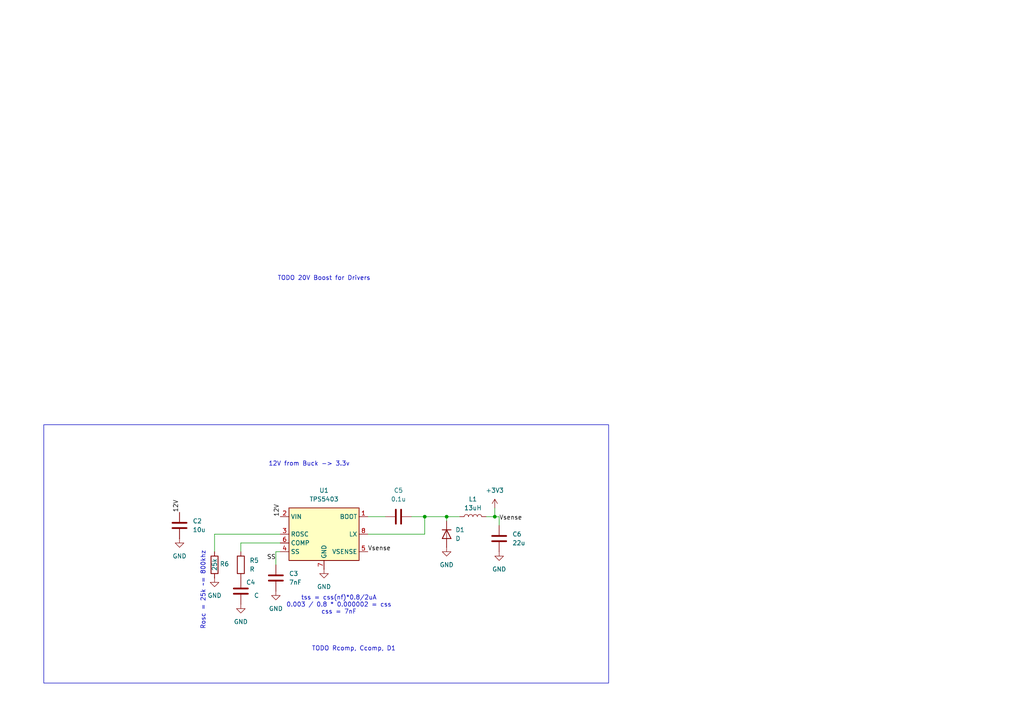
<source format=kicad_sch>
(kicad_sch (version 20231120) (generator "eeschema") (generator_version "8.0")
  (paper "A4")
  (lib_symbols
    (symbol "Device:C" (pin_numbers hide) (pin_names (offset 0.254))
      (property "Reference" "C" (at 0.635 2.54 0))
      (property "Value" "C" (at 0.635 -2.54 0))
      (symbol "C_0_1"
        (polyline (pts (xy -2.032 -0.762) (xy 2.032 -0.762)) (stroke (width 0.508)))
        (polyline (pts (xy -2.032 0.762) (xy 2.032 0.762)) (stroke (width 0.508)))
      )
      (symbol "C_1_1"
        (pin passive line (at 0 3.81 270) (length 2.794) (name "~") (number "1"))
        (pin passive line (at 0 -3.81 90) (length 2.794) (name "~") (number "2"))
      )
    )
    (symbol "Device:D" (pin_numbers hide) (pin_names (offset 1.016) hide)
      (property "Reference" "D" (at 0 2.54 0))
      (property "Value" "D" (at 0 -2.54 0))
      (symbol "D_0_1"
        (polyline (pts (xy -1.27 1.27) (xy -1.27 -1.27)) (stroke (width 0.254)))
        (polyline (pts (xy 1.27 0) (xy -1.27 0)))
        (polyline (pts (xy 1.27 1.27) (xy 1.27 -1.27) (xy -1.27 0) (xy 1.27 1.27)) (stroke (width 0.254)))
      )
      (symbol "D_1_1"
        (pin passive line (at -3.81 0 0) (length 2.54) (name "K") (number "1"))
        (pin passive line (at 3.81 0 180) (length 2.54) (name "A") (number "2"))
      )
    )
    (symbol "Device:L" (pin_numbers hide) (pin_names (offset 1.016) hide)
      (property "Reference" "L" (at -1.27 0 90))
      (property "Value" "L" (at 1.905 0 90))
      (symbol "L_0_1"
        (arc (start 0 -2.54) (mid 0.6323 -1.905) (end 0 -1.27))
        (arc (start 0 -1.27) (mid 0.6323 -0.635) (end 0 0))
        (arc (start 0 0) (mid 0.6323 0.635) (end 0 1.27))
        (arc (start 0 1.27) (mid 0.6323 1.905) (end 0 2.54))
      )
      (symbol "L_1_1"
        (pin passive line (at 0 3.81 270) (length 1.27) (name "1") (number "1"))
        (pin passive line (at 0 -3.81 90) (length 1.27) (name "2") (number "2"))
      )
    )
    (symbol "Device:R" (pin_numbers hide) (pin_names (offset 0))
      (property "Reference" "R" (at 2.032 0 90))
      (property "Value" "R" (at 0 0 90))
      (symbol "R_0_1"
        (rectangle (start -1.016 -2.54) (end 1.016 2.54) (stroke (width 0.254)))
      )
      (symbol "R_1_1"
        (pin passive line (at 0 3.81 270) (length 1.27) (name "~") (number "1"))
        (pin passive line (at 0 -3.81 90) (length 1.27) (name "~") (number "2"))
      )
    )
    (symbol "Regulator_Switching:TPS5403"
      (property "Reference" "U" (at 0 11.43 0))
      (property "Value" "TPS5403" (at 0 8.89 0))
      (symbol "TPS5403_1_1"
        (rectangle (start -10.16 7.62) (end 10.16 -7.62) (stroke (width 0.254)) (fill (type background)))
        (pin passive line (at 12.7 5.08 180) (length 2.54) (name "BOOT") (number "1"))
        (pin power_in line (at -12.7 5.08 0) (length 2.54) (name "VIN") (number "2"))
        (pin passive line (at -12.7 0 0) (length 2.54) (name "ROSC") (number "3"))
        (pin passive line (at -12.7 -5.08 0) (length 2.54) (name "SS") (number "4"))
        (pin input line (at 12.7 -5.08 180) (length 2.54) (name "VSENSE") (number "5"))
        (pin passive line (at -12.7 -2.54 0) (length 2.54) (name "COMP") (number "6"))
        (pin power_in line (at 0 -10.16 90) (length 2.54) (name "GND") (number "7"))
        (pin output line (at 12.7 0 180) (length 2.54) (name "LX") (number "8"))
      )
    )
    (symbol "power:+3V3" (power) (pin_numbers hide) (pin_names (offset 0) hide)
      (property "Value" "+3V3" (at 0 3.556 0))
      (symbol "+3V3_0_1"
        (polyline (pts (xy -0.762 1.27) (xy 0 2.54)))
        (polyline (pts (xy 0 0) (xy 0 2.54)))
        (polyline (pts (xy 0 2.54) (xy 0.762 1.27)))
      )
      (symbol "+3V3_1_1"
        (pin power_in line (at 0 0 90) (length 0) (name "~") (number "1"))
      )
    )
    (symbol "power:GND" (power) (pin_numbers hide) (pin_names (offset 0) hide)
      (property "Value" "GND" (at 0 -3.81 0))
      (symbol "GND_0_1"
        (polyline (pts (xy 0 0) (xy 0 -1.27) (xy 1.27 -1.27) (xy 0 -2.54) (xy -1.27 -1.27) (xy 0 -1.27)))
      )
      (symbol "GND_1_1"
        (pin power_in line (at 0 0 270) (length 0) (name "~") (number "1"))
      )
    )
  )
  (junction (at 129.54 149.86))
  (junction (at 143.51 149.86))
  (junction (at 123.19 149.86))
  (wire (pts (xy 143.51 147.32) (xy 143.51 149.86)))
  (wire (pts (xy 123.19 154.94) (xy 123.19 149.86)))
  (wire (pts (xy 80.01 160.02) (xy 81.28 160.02)))
  (wire (pts (xy 69.85 160.02) (xy 69.85 157.48)))
  (wire (pts (xy 62.23 154.94) (xy 81.28 154.94)))
  (wire (pts (xy 69.85 157.48) (xy 81.28 157.48)))
  (wire (pts (xy 140.97 149.86) (xy 143.51 149.86)))
  (wire (pts (xy 123.19 149.86) (xy 129.54 149.86)))
  (wire (pts (xy 129.54 149.86) (xy 133.35 149.86)))
  (wire (pts (xy 80.01 163.83) (xy 80.01 160.02)))
  (wire (pts (xy 144.78 149.86) (xy 144.78 152.4)))
  (wire (pts (xy 106.68 149.86) (xy 111.76 149.86)))
  (wire (pts (xy 106.68 154.94) (xy 123.19 154.94)))
  (wire (pts (xy 143.51 149.86) (xy 144.78 149.86)))
  (wire (pts (xy 123.19 149.86) (xy 119.38 149.86)))
  (wire (pts (xy 129.54 149.86) (xy 129.54 151.13)))
  (wire (pts (xy 62.23 160.02) (xy 62.23 154.94)))
  (rectangle (start 12.7 123.19) (end 176.53 198.12))
  (text "Rosc = 25k ~= 800khz" (at 58.928 171.196 90) (effects (font (size 1.27 1.27))))
  (text "TODO 20V Boost for Drivers" (at 93.98 80.772 0) (effects (font (size 1.27 1.27))))
  (text "tss = css(nf)*0.8/2uA\n0.003 / 0.8 * 0.000002 = css\ncss = 7nF" (at 98.298 175.514 0) (effects (font (size 1.27 1.27))))
  (text "12V from Buck -> 3.3v" (at 89.662 134.62 0) (effects (font (size 1.27 1.27))))
  (text "TODO Rcomp, Ccomp, D1" (at 102.616 188.214 0) (effects (font (size 1.27 1.27))))
  (label "12V" (at 52.07 148.59 90))
  (label "Vsense" (at 144.78 151.13 0))
  (label "Vsense" (at 106.68 160.02 0))
  (label "SS" (at 80.01 162.56 180))
  (label "12V" (at 81.28 149.86 90))
  (symbol (lib_id "Regulator_Switching:TPS5403") (at 93.98 154.94 0) (unit 1)
    (property "Reference" "U1" (at 93.98 142.24 0))
    (property "Value" "TPS5403" (at 93.98 144.78 0))
    (property "Footprint" "Package_SO:SOIC-8_3.9x4.9mm_P1.27mm" (effects (hide yes)))
    (property "Datasheet" "https://www.ti.com/lit/ds/symlink/tps5403.pdf" (effects (hide yes)))
    (property "Description" "4.5-28V In, 3.3V Out, 1.7A, SOIC-8" (effects (hide yes)))
  )
  (symbol (lib_id "Device:C") (at 115.57 149.86 90) (unit 1)
    (property "Reference" "C5" (at 115.57 142.24 90))
    (property "Value" "0.1u" (at 115.57 144.78 90))
    (property "Footprint" "Capacitor_SMD:C_0402_1005Metric_Pad0.74x0.62mm_HandSolder" (effects (hide yes)))
    (property "Description" "Unpolarized capacitor" (effects (hide yes)))
  )
  (symbol (lib_id "power:GND") (at 62.23 167.64 0) (unit 1)
    (property "Reference" "#PWR011" (effects (hide yes)))
    (property "Value" "GND" (at 62.23 172.72 0))
    (property "Description" "Power symbol creates a global label with name \"GND\" , ground" (effects (hide yes)))
  )
  (symbol (lib_id "Device:C") (at 52.07 152.4 0) (unit 1)
    (property "Reference" "C2" (at 55.88 151.1299 0) (effects (justify left)))
    (property "Value" "10u" (at 55.88 153.6699 0) (effects (justify left)))
    (property "Footprint" "Capacitor_SMD:C_0805_2012Metric_Pad1.18x1.45mm_HandSolder" (effects (hide yes)))
    (property "Description" "CL31B106KBHNNNE" (effects (hide yes)))
  )
  (symbol (lib_id "Device:R") (at 69.85 163.83 0) (unit 1)
    (property "Reference" "R5" (at 72.39 162.5599 0) (effects (justify left)))
    (property "Value" "R" (at 72.39 165.0999 0) (effects (justify left)))
    (property "Description" "Resistor" (effects (hide yes)))
  )
  (symbol (lib_id "power:GND") (at 144.78 160.02 0) (unit 1)
    (property "Reference" "#PWR014" (effects (hide yes)))
    (property "Value" "GND" (at 144.78 165.1 0))
    (property "Description" "Power symbol creates a global label with name \"GND\" , ground" (effects (hide yes)))
  )
  (symbol (lib_id "Device:D") (at 129.54 154.94 270) (unit 1)
    (property "Reference" "D1" (at 132.08 153.6699 90) (effects (justify left)))
    (property "Value" "D" (at 132.08 156.2099 90) (effects (justify left)))
    (property "Description" "Diode" (effects (hide yes)))
    (property "Sim.Device" "D" (effects (hide yes)))
    (property "Sim.Pins" "1=K 2=A" (effects (hide yes)))
  )
  (symbol (lib_id "Device:C") (at 69.85 171.45 0) (unit 1)
    (property "Reference" "C4" (at 71.374 168.91 0) (effects (justify left)))
    (property "Value" "C" (at 73.66 172.7199 0) (effects (justify left)))
    (property "Description" "Unpolarized capacitor" (effects (hide yes)))
  )
  (symbol (lib_id "power:GND") (at 80.01 171.45 0) (unit 1)
    (property "Reference" "#PWR09" (effects (hide yes)))
    (property "Value" "GND" (at 80.01 176.53 0))
    (property "Description" "Power symbol creates a global label with name \"GND\" , ground" (effects (hide yes)))
  )
  (symbol (lib_id "Device:R") (at 62.23 163.83 0) (unit 1)
    (property "Reference" "R6" (at 63.754 163.576 0) (effects (justify left)))
    (property "Value" "25k" (at 62.23 165.608 90) (effects (justify left)))
    (property "Footprint" "Resistor_SMD:R_0402_1005Metric_Pad0.72x0.64mm_HandSolder" (effects (hide yes)))
    (property "Description" "Resistor" (effects (hide yes)))
  )
  (symbol (lib_id "power:GND") (at 52.07 156.21 0) (unit 1)
    (property "Reference" "#PWR07" (effects (hide yes)))
    (property "Value" "GND" (at 52.07 161.29 0))
    (property "Description" "Power symbol creates a global label with name \"GND\" , ground" (effects (hide yes)))
  )
  (symbol (lib_id "Device:C") (at 144.78 156.21 0) (unit 1)
    (property "Reference" "C6" (at 148.59 154.9399 0) (effects (justify left)))
    (property "Value" "22u" (at 148.59 157.4799 0) (effects (justify left)))
    (property "Footprint" "Capacitor_SMD:C_0805_2012Metric_Pad1.18x1.45mm_HandSolder" (effects (hide yes)))
    (property "Description" "GRM21BZ71A226ME15L" (effects (hide yes)))
  )
  (symbol (lib_id "Device:C") (at 80.01 167.64 0) (unit 1)
    (property "Reference" "C3" (at 83.82 166.3699 0) (effects (justify left)))
    (property "Value" "7nF" (at 83.82 168.9099 0) (effects (justify left)))
    (property "Footprint" "Capacitor_SMD:C_0402_1005Metric_Pad0.74x0.62mm_HandSolder" (effects (hide yes)))
    (property "Description" "Unpolarized capacitor" (effects (hide yes)))
  )
  (symbol (lib_id "power:GND") (at 129.54 158.75 0) (unit 1)
    (property "Reference" "#PWR013" (effects (hide yes)))
    (property "Value" "GND" (at 129.54 163.83 0))
    (property "Description" "Power symbol creates a global label with name \"GND\" , ground" (effects (hide yes)))
  )
  (symbol (lib_id "Device:L") (at 137.16 149.86 90) (unit 1)
    (property "Reference" "L1" (at 137.16 144.78 90))
    (property "Value" "13uH" (at 137.16 147.32 90))
    (property "Description" "Inductor" (effects (hide yes)))
  )
  (symbol (lib_id "power:GND") (at 93.98 165.1 0) (unit 1)
    (property "Reference" "#PWR08" (effects (hide yes)))
    (property "Value" "GND" (at 93.98 170.18 0))
    (property "Description" "Power symbol creates a global label with name \"GND\" , ground" (effects (hide yes)))
  )
  (symbol (lib_id "power:GND") (at 69.85 175.26 0) (unit 1)
    (property "Reference" "#PWR010" (effects (hide yes)))
    (property "Value" "GND" (at 69.85 180.34 0))
    (property "Description" "Power symbol creates a global label with name \"GND\" , ground" (effects (hide yes)))
  )
  (symbol (lib_id "power:+3V3") (at 143.51 147.32 0) (unit 1)
    (property "Reference" "#PWR012" (effects (hide yes)))
    (property "Value" "+3V3" (at 143.51 142.24 0))
    (property "Description" "Power symbol creates a global label with name \"+3V3\"" (effects (hide yes)))
  )
)
</source>
